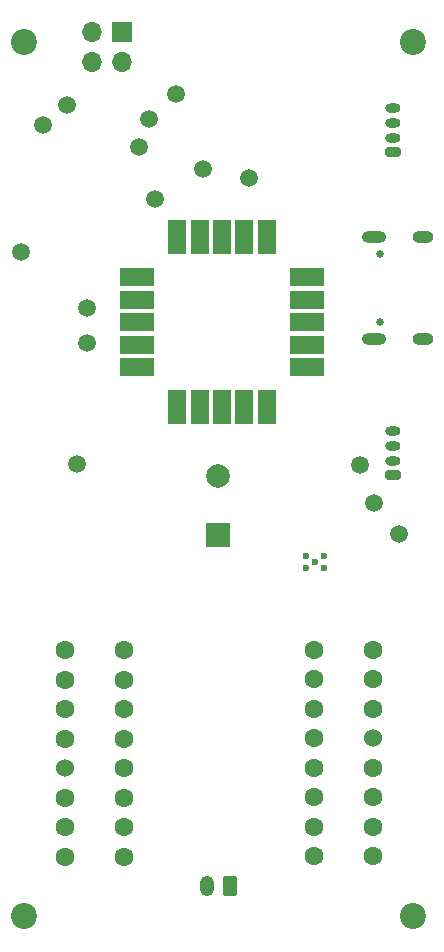
<source format=gbr>
%TF.GenerationSoftware,KiCad,Pcbnew,7.0.2-0*%
%TF.CreationDate,2023-10-14T01:58:59-05:00*%
%TF.ProjectId,Flight Computer,466c6967-6874-4204-936f-6d7075746572,1.1*%
%TF.SameCoordinates,Original*%
%TF.FileFunction,Soldermask,Bot*%
%TF.FilePolarity,Negative*%
%FSLAX46Y46*%
G04 Gerber Fmt 4.6, Leading zero omitted, Abs format (unit mm)*
G04 Created by KiCad (PCBNEW 7.0.2-0) date 2023-10-14 01:58:59*
%MOMM*%
%LPD*%
G01*
G04 APERTURE LIST*
G04 Aperture macros list*
%AMRoundRect*
0 Rectangle with rounded corners*
0 $1 Rounding radius*
0 $2 $3 $4 $5 $6 $7 $8 $9 X,Y pos of 4 corners*
0 Add a 4 corners polygon primitive as box body*
4,1,4,$2,$3,$4,$5,$6,$7,$8,$9,$2,$3,0*
0 Add four circle primitives for the rounded corners*
1,1,$1+$1,$2,$3*
1,1,$1+$1,$4,$5*
1,1,$1+$1,$6,$7*
1,1,$1+$1,$8,$9*
0 Add four rect primitives between the rounded corners*
20,1,$1+$1,$2,$3,$4,$5,0*
20,1,$1+$1,$4,$5,$6,$7,0*
20,1,$1+$1,$6,$7,$8,$9,0*
20,1,$1+$1,$8,$9,$2,$3,0*%
G04 Aperture macros list end*
%ADD10RoundRect,0.200000X0.450000X-0.200000X0.450000X0.200000X-0.450000X0.200000X-0.450000X-0.200000X0*%
%ADD11O,1.300000X0.800000*%
%ADD12C,2.200000*%
%ADD13C,0.650000*%
%ADD14O,2.100000X1.000000*%
%ADD15O,1.800000X1.000000*%
%ADD16C,0.600000*%
%ADD17C,1.500000*%
%ADD18RoundRect,0.250000X0.350000X0.625000X-0.350000X0.625000X-0.350000X-0.625000X0.350000X-0.625000X0*%
%ADD19O,1.200000X1.750000*%
%ADD20C,1.600000*%
%ADD21C,1.524000*%
%ADD22R,3.000000X1.500000*%
%ADD23R,1.500000X3.000000*%
%ADD24R,2.000000X2.000000*%
%ADD25C,2.000000*%
%ADD26R,1.700000X1.700000*%
%ADD27O,1.700000X1.700000*%
G04 APERTURE END LIST*
D10*
%TO.C,J8*%
X167100000Y-103175000D03*
D11*
X167100000Y-101925000D03*
X167100000Y-100675000D03*
X167100000Y-99425000D03*
%TD*%
D12*
%TO.C,H2*%
X135800000Y-66512500D03*
%TD*%
D13*
%TO.C,J7*%
X165960000Y-90192500D03*
X165960000Y-84412500D03*
D14*
X165440000Y-91622500D03*
D15*
X169640000Y-91622500D03*
D14*
X165440000Y-82982500D03*
D15*
X169640000Y-82982500D03*
%TD*%
D12*
%TO.C,H1*%
X168800000Y-66512500D03*
%TD*%
D10*
%TO.C,J9*%
X167100000Y-75837500D03*
D11*
X167100000Y-74587500D03*
X167100000Y-73337500D03*
X167100000Y-72087500D03*
%TD*%
D16*
%TO.C,U8*%
X161200000Y-110037500D03*
X159700000Y-110037500D03*
X160450000Y-110537500D03*
X161200000Y-111037500D03*
X159700000Y-111037500D03*
%TD*%
D12*
%TO.C,H3*%
X135800000Y-140512500D03*
%TD*%
%TO.C,H4*%
X168800000Y-140512500D03*
%TD*%
D17*
%TO.C,TP10*%
X141150000Y-89000000D03*
%TD*%
%TO.C,TP15*%
X140300000Y-102200000D03*
%TD*%
D18*
%TO.C,J4*%
X153300000Y-137950000D03*
D19*
X151300000Y-137950000D03*
%TD*%
D17*
%TO.C,TP5*%
X146400000Y-73000000D03*
%TD*%
%TO.C,TP4*%
X145550000Y-75400000D03*
%TD*%
%TO.C,TP1*%
X165500000Y-105500000D03*
%TD*%
%TO.C,TP11*%
X141150000Y-91950000D03*
%TD*%
%TO.C,TP6*%
X135600000Y-84300000D03*
%TD*%
%TO.C,TP7*%
X148700000Y-70900000D03*
%TD*%
D20*
%TO.C,J2*%
X139300000Y-135462500D03*
X144300000Y-135462500D03*
X139300000Y-132962500D03*
X144300000Y-132962500D03*
X139300000Y-130462500D03*
X144300000Y-130462500D03*
D21*
X139300000Y-127962500D03*
D20*
X144300000Y-127962500D03*
X139300000Y-125462500D03*
X144300000Y-125462500D03*
X139300000Y-122962500D03*
X144300000Y-122962500D03*
X139300000Y-120462500D03*
X144300000Y-120462500D03*
X139300000Y-117962500D03*
X144300000Y-117962500D03*
%TD*%
D22*
%TO.C,U11*%
X159800000Y-86412500D03*
X159800000Y-88312500D03*
X159800000Y-90212500D03*
X159800000Y-92112500D03*
X159800000Y-94012500D03*
D23*
X156400000Y-97412500D03*
X154500000Y-97412500D03*
X152600000Y-97412500D03*
X150700000Y-97412500D03*
X148800000Y-97412500D03*
D22*
X145400000Y-94012500D03*
X145400000Y-92112500D03*
X145400000Y-90212500D03*
X145400000Y-88312500D03*
X145400000Y-86412500D03*
D23*
X148800000Y-83012500D03*
X150700000Y-83012500D03*
X152600000Y-83012500D03*
X154500000Y-83012500D03*
X156400000Y-83012500D03*
%TD*%
D17*
%TO.C,TP9*%
X139500000Y-71800000D03*
%TD*%
D24*
%TO.C,BZ1*%
X152300000Y-108212500D03*
D25*
X152300000Y-103212500D03*
%TD*%
D17*
%TO.C,TP3*%
X146950000Y-79750000D03*
%TD*%
%TO.C,TP2*%
X167550000Y-108150000D03*
%TD*%
%TO.C,TP13*%
X154850000Y-78000000D03*
%TD*%
%TO.C,TP14*%
X151000000Y-77250000D03*
%TD*%
D20*
%TO.C,J1*%
X165350000Y-117937500D03*
X160350000Y-117937500D03*
X165350000Y-120437500D03*
X160350000Y-120437500D03*
X165350000Y-122937500D03*
X160350000Y-122937500D03*
D21*
X165350000Y-125437500D03*
D20*
X160350000Y-125437500D03*
X165350000Y-127937500D03*
X160350000Y-127937500D03*
X165350000Y-130437500D03*
X160350000Y-130437500D03*
X165350000Y-132937500D03*
X160350000Y-132937500D03*
X165350000Y-135437500D03*
X160350000Y-135437500D03*
%TD*%
D26*
%TO.C,J3*%
X144100000Y-65675000D03*
D27*
X141560000Y-65675000D03*
X144100000Y-68215000D03*
X141560000Y-68215000D03*
%TD*%
D17*
%TO.C,TP8*%
X137450000Y-73550000D03*
%TD*%
%TO.C,TP12*%
X164300000Y-102300000D03*
%TD*%
M02*

</source>
